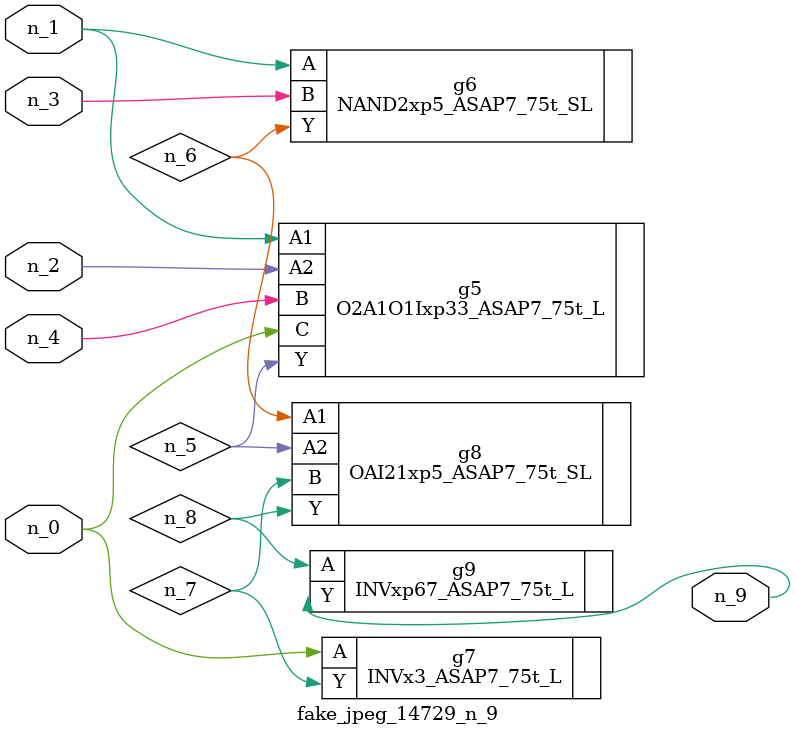
<source format=v>
module fake_jpeg_14729_n_9 (n_3, n_2, n_1, n_0, n_4, n_9);

input n_3;
input n_2;
input n_1;
input n_0;
input n_4;

output n_9;

wire n_8;
wire n_6;
wire n_5;
wire n_7;

O2A1O1Ixp33_ASAP7_75t_L g5 ( 
.A1(n_1),
.A2(n_2),
.B(n_4),
.C(n_0),
.Y(n_5)
);

NAND2xp5_ASAP7_75t_SL g6 ( 
.A(n_1),
.B(n_3),
.Y(n_6)
);

INVx3_ASAP7_75t_L g7 ( 
.A(n_0),
.Y(n_7)
);

OAI21xp5_ASAP7_75t_SL g8 ( 
.A1(n_6),
.A2(n_5),
.B(n_7),
.Y(n_8)
);

INVxp67_ASAP7_75t_L g9 ( 
.A(n_8),
.Y(n_9)
);


endmodule
</source>
